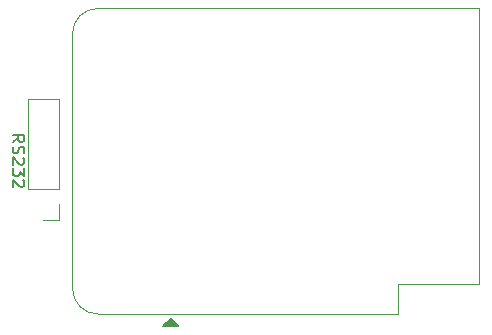
<source format=gbr>
%TF.GenerationSoftware,KiCad,Pcbnew,(6.0.4)*%
%TF.CreationDate,2022-09-30T21:10:11-05:00*%
%TF.ProjectId,WiRSa,57695253-612e-46b6-9963-61645f706362,rev?*%
%TF.SameCoordinates,Original*%
%TF.FileFunction,Legend,Top*%
%TF.FilePolarity,Positive*%
%FSLAX46Y46*%
G04 Gerber Fmt 4.6, Leading zero omitted, Abs format (unit mm)*
G04 Created by KiCad (PCBNEW (6.0.4)) date 2022-09-30 21:10:11*
%MOMM*%
%LPD*%
G01*
G04 APERTURE LIST*
%ADD10C,0.150000*%
%ADD11C,0.120000*%
G04 APERTURE END LIST*
D10*
%TO.C,RS232*%
X71683619Y-86796761D02*
X72159809Y-86463428D01*
X71683619Y-86225333D02*
X72683619Y-86225333D01*
X72683619Y-86606285D01*
X72636000Y-86701523D01*
X72588380Y-86749142D01*
X72493142Y-86796761D01*
X72350285Y-86796761D01*
X72255047Y-86749142D01*
X72207428Y-86701523D01*
X72159809Y-86606285D01*
X72159809Y-86225333D01*
X71731238Y-87177714D02*
X71683619Y-87320571D01*
X71683619Y-87558666D01*
X71731238Y-87653904D01*
X71778857Y-87701523D01*
X71874095Y-87749142D01*
X71969333Y-87749142D01*
X72064571Y-87701523D01*
X72112190Y-87653904D01*
X72159809Y-87558666D01*
X72207428Y-87368190D01*
X72255047Y-87272952D01*
X72302666Y-87225333D01*
X72397904Y-87177714D01*
X72493142Y-87177714D01*
X72588380Y-87225333D01*
X72636000Y-87272952D01*
X72683619Y-87368190D01*
X72683619Y-87606285D01*
X72636000Y-87749142D01*
X72588380Y-88130095D02*
X72636000Y-88177714D01*
X72683619Y-88272952D01*
X72683619Y-88511047D01*
X72636000Y-88606285D01*
X72588380Y-88653904D01*
X72493142Y-88701523D01*
X72397904Y-88701523D01*
X72255047Y-88653904D01*
X71683619Y-88082476D01*
X71683619Y-88701523D01*
X72683619Y-89034857D02*
X72683619Y-89653904D01*
X72302666Y-89320571D01*
X72302666Y-89463428D01*
X72255047Y-89558666D01*
X72207428Y-89606285D01*
X72112190Y-89653904D01*
X71874095Y-89653904D01*
X71778857Y-89606285D01*
X71731238Y-89558666D01*
X71683619Y-89463428D01*
X71683619Y-89177714D01*
X71731238Y-89082476D01*
X71778857Y-89034857D01*
X72588380Y-90034857D02*
X72636000Y-90082476D01*
X72683619Y-90177714D01*
X72683619Y-90415809D01*
X72636000Y-90511047D01*
X72588380Y-90558666D01*
X72493142Y-90606285D01*
X72397904Y-90606285D01*
X72255047Y-90558666D01*
X71683619Y-89987238D01*
X71683619Y-90606285D01*
D11*
X75625000Y-93395000D02*
X74295000Y-93395000D01*
X75625000Y-90795000D02*
X75625000Y-83115000D01*
X75625000Y-90795000D02*
X72965000Y-90795000D01*
X75625000Y-92065000D02*
X75625000Y-93395000D01*
X75625000Y-83115000D02*
X72965000Y-83115000D01*
X72965000Y-90795000D02*
X72965000Y-83115000D01*
%TO.C,U1*%
X111210000Y-75485000D02*
X78880000Y-75485000D01*
X76750000Y-77605000D02*
X76750000Y-99215000D01*
X104310000Y-101345000D02*
X104310000Y-98805000D01*
X111210000Y-98805000D02*
X111210000Y-75485000D01*
X104310000Y-101345000D02*
X78880000Y-101345000D01*
X104310000Y-98805000D02*
X111210000Y-98805000D01*
X76750000Y-99215000D02*
G75*
G03*
X78880000Y-101345000I2130002J2D01*
G01*
X78880000Y-75485000D02*
G75*
G03*
X76750000Y-77615000I0J-2130000D01*
G01*
G36*
X85725000Y-102385000D02*
G01*
X84455000Y-102385000D01*
X85090000Y-101750000D01*
X85725000Y-102385000D01*
G37*
D10*
X85725000Y-102385000D02*
X84455000Y-102385000D01*
X85090000Y-101750000D01*
X85725000Y-102385000D01*
%TD*%
M02*

</source>
